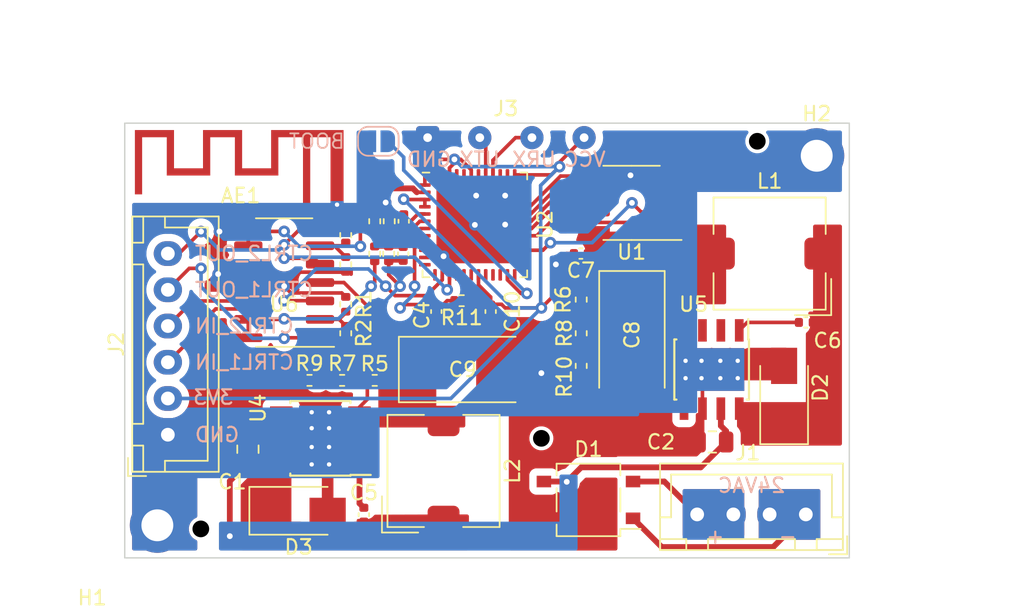
<source format=kicad_pcb>
(kicad_pcb (version 20211014) (generator pcbnew)
  (layers (0 "F.Cu" signal) (31 "B.Cu" signal) (34 "B.Paste" user) (35 "F.Paste" user) (36 "B.SilkS" user "B.Silkscreen") (37 "F.SilkS" user "F.Silkscreen") (38 "B.Mask" user) (39 "F.Mask" user) (44 "Edge.Cuts" user))
  (net 0 "")
  (net 1 "/24VAC-")
  (net 2 "/24VAC+")
  (net 3 "GND")
  (net 4 "Net-(R1-Pad1)")
  (net 5 "Net-(C5-Pad1)")
  (net 6 "Net-(R3-Pad1)")
  (net 7 "/ADC1")
  (net 8 "/ADC2")
  (net 9 "/DAC1")
  (net 16 "/DAC2")
  (net 17 "/VCC12")
  (net 38 "Net-(R5-Pad2)")
  (net 39 "Net-(R6-Pad2)")
  (net 40 "/PH12")
  (net 41 "Net-(R7-Pad1)")
  (net 44 "Net-(R10-Pad2)")
  (net 49 "Net-(C6-Pad1)")
  (net 50 "/PH33")
  (net 51 "/UART_TX")
  (net 52 "/UART_RX")
  (net 53 "/VCC33")
  (net 54 "/BOOT")
  (net 55 "Net-(AE1-Pad1)")
  (net 56 "/SIO1")
  (net 57 "/SIO2")
  (net 58 "/SIO0")
  (net 59 "/SCLK")
  (net 60 "/SIO3")
  (net 61 "/PSRAM_CS")
  (net 62 "/D1_OUT")
  (net 63 "/CHIP_PU")
  (net 64 "/CTRL1_OUT")
  (net 65 "Net-(R12-Pad1)")
  (net 66 "/CTRL2_OUT")
  (net 67 "Net-(R14-Pad1)")
  (net 68 "/CTRL2_IN")
  (net 69 "/CTRL1_IN")
  (footprint "Capacitor_SMD:C_0805_2012Metric" (layer "F.Cu") (at 91.5 109 90)
    (fp_text reference "C1")
    (fp_text value "10uF/50V")
  )
  (footprint "Resistor_SMD:R_0402_1005Metric" (layer "F.Cu") (at 101.25 93.27 90)
    (fp_text reference "R4")
    (fp_text value "2k")
  )
  (footprint "Capacitor_SMD:C_0805_2012Metric" (layer "F.Cu") (at 123.55 108.5 180)
    (fp_text reference "C2")
    (fp_text value "10uF/50V")
  )
  (footprint "Diode_SMD:D_SMA" (layer "F.Cu") (at 95 113.25)
    (fp_text reference "D3")
    (fp_text value "SS34")
  )
  (footprint "Capacitor_SMD:C_0402_1005Metric" (layer "F.Cu") (at 108.25 99.5 -90)
    (fp_text reference "C10")
    (fp_text value "0.01uF")
  )
  (footprint "Package_DFN_QFN:QFN-48-1EP_7x7mm_P0.5mm_EP5.3x5.3mm" (layer "F.Cu") (at 107.16 93.52)
    (fp_text reference "U2")
    (fp_text value "ESP32-PICO-D4")
  )
  (footprint "Capacitor_SMD:C_0402_1005Metric" (layer "F.Cu") (at 104.5 99.5 -90)
    (fp_text reference "C4")
    (fp_text value "1uF/5V")
  )
  (footprint "inductors:L_SXN_SMRH74-220MT" (layer "F.Cu") (at 127.5 95.5 180)
    (fp_text reference "L1")
    (fp_text value "22uH")
  )
  (footprint "kelvie:ToolingHole_1.152mm" (layer "F.Cu") (at 88.25 114.5)
    (fp_text reference "H3")
    (fp_text value "ToolingHole")
  )
  (footprint "Resistor_SMD:R_0402_1005Metric" (layer "F.Cu") (at 98.25 101 -90)
    (fp_text reference "R2")
    (fp_text value "68k")
  )
  (footprint "Connector_JST:JST_XH_B4B-XH-A_1x04_P2.50mm_Vertical" (layer "F.Cu") (at 130 113.5 180)
    (fp_text reference "J1")
    (fp_text value "VAC IN")
  )
  (footprint "Resistor_SMD:R_0402_1005Metric" (layer "F.Cu") (at 106.25 98.75 180)
    (fp_text reference "R11")
    (fp_text value "10k")
  )
  (footprint "Connector_Wire:SolderWire-0.1sqmm_1x04_P3.6mm_D0.4mm_OD1mm" (layer "F.Cu") (at 103.9 87.5)
    (fp_text reference "J3")
    (fp_text value "UART")
  )
  (footprint "MountingHole:MountingHole_2.2mm_M2_DIN965_Pad" (layer "F.Cu") (at 85.25 114.25)
    (fp_text reference "H1")
    (fp_text value "MountingHole_Pad")
  )
  (footprint "inductors:L_SXN_SMRH74-220MT" (layer "F.Cu") (at 105 110.5 90)
    (fp_text reference "L2")
    (fp_text value "22uH")
  )
  (footprint "Resistor_SMD:R_0402_1005Metric" (layer "F.Cu") (at 101.215 95.52 -90)
    (fp_text reference "R15")
    (fp_text value "2k")
  )
  (footprint "Package_SO:SOIC-8_3.9x4.9mm_P1.27mm" (layer "F.Cu") (at 117.975 92 180)
    (fp_text reference "U1")
    (fp_text value "LY68L6400SLIT")
  )
  (footprint "Package_SO:SOIC-14_3.9x8.7mm_P1.27mm" (layer "F.Cu") (at 94 97.5 180)
    (fp_text reference "U6")
    (fp_text value "LM324DT")
  )
  (footprint "Resistor_SMD:R_0402_1005Metric" (layer "F.Cu") (at 100.25 93.27 -90)
    (fp_text reference "R3")
    (fp_text value "18k")
  )
  (footprint "Resistor_SMD:R_0402_1005Metric" (layer "F.Cu") (at 98.25 99 90)
    (fp_text reference "R1")
    (fp_text value "33k")
  )
  (footprint "Resistor_SMD:R_0402_1005Metric" (layer "F.Cu") (at 95.75 104.25)
    (fp_text reference "R9")
    (fp_text value "33")
  )
  (footprint "Capacitor_SMD:C_0402_1005Metric" (layer "F.Cu") (at 130 100.25)
    (fp_text reference "C6")
    (fp_text value "0.01uF")
  )
  (footprint "Capacitor_SMD:C_0402_1005Metric" (layer "F.Cu") (at 102.25 93.27 -90)
    (fp_text reference "C3")
    (fp_text value "0.1uF")
  )
  (footprint "Capacitor_Tantalum_SMD:CP_EIA-7343-31_Kemet-D" (layer "F.Cu") (at 118 101.1125 -90)
    (fp_text reference "C8")
    (fp_text value "470uF/6.3V")
  )
  (footprint "Connector_JST:JST_XH_B6B-XH-A_1x06_P2.50mm_Vertical" (layer "F.Cu") (at 85.975 108 90)
    (fp_text reference "J2")
    (fp_text value "Conn_01x06")
  )
  (footprint "Resistor_SMD:R_0402_1005Metric" (layer "F.Cu") (at 114.5 98.675 -90)
    (fp_text reference "R6")
    (fp_text value "10k")
  )
  (footprint "Capacitor_Tantalum_SMD:CP_EIA-7343-31_Kemet-D" (layer "F.Cu") (at 106.325 103.5)
    (fp_text reference "C9")
    (fp_text value "470uF/6.3V")
  )
  (footprint "Resistor_SMD:R_0402_1005Metric" (layer "F.Cu") (at 100.25 104.25 180)
    (fp_text reference "R5")
    (fp_text value "10k")
  )
  (footprint "Resistor_SMD:R_0402_1005Metric" (layer "F.Cu") (at 98 104.25)
    (fp_text reference "R7")
    (fp_text value "1.1k")
  )
  (footprint "Resistor_SMD:R_0402_1005Metric" (layer "F.Cu") (at 100.25 95.52 90)
    (fp_text reference "R14")
    (fp_text value "18k")
  )
  (footprint "MountingHole:MountingHole_2.2mm_M2_DIN965_Pad" (layer "F.Cu") (at 130.75 88.75)
    (fp_text reference "H2")
    (fp_text value "MountingHole_Pad")
  )
  (footprint "Capacitor_SMD:C_0402_1005Metric" (layer "F.Cu") (at 102.215 95.52 90)
    (fp_text reference "C11")
    (fp_text value "0.1uF")
  )
  (footprint "kelvie:ToolingHole_1.152mm" (layer "F.Cu") (at 111.75 108.25)
    (fp_text reference "H5")
    (fp_text value "ToolingHole")
  )
  (footprint "Resistor_SMD:R_0402_1005Metric" (layer "F.Cu") (at 114.5 103.25 90)
    (fp_text reference "R10")
    (fp_text value "270")
  )
  (footprint "kelvie:ToolingHole_1.152mm" (layer "F.Cu") (at 126.65 87.75)
    (fp_text reference "H4")
    (fp_text value "ToolingHole")
  )
  (footprint "Package_SO:TI_SO-PowerPAD-8_ThermalVias" (layer "F.Cu") (at 123.5 103.5 -90)
    (fp_text reference "U5")
    (fp_text value "TPS5430DDA")
  )
  (footprint "Resistor_SMD:R_0402_1005Metric" (layer "F.Cu") (at 98.25 94.23 90)
    (fp_text reference "R13")
    (fp_text value "68k")
  )
  (footprint "Resistor_SMD:R_0402_1005Metric" (layer "F.Cu") (at 98.25 96.25 -90)
    (fp_text reference "R12")
    (fp_text value "33k")
  )
  (footprint "Capacitor_SMD:C_0402_1005Metric" (layer "F.Cu") (at 99.5 113.52 -90)
    (fp_text reference "C5")
    (fp_text value "0.01uF")
  )
  (footprint "Package_SO:TI_SO-PowerPAD-8_ThermalVias" (layer "F.Cu") (at 96.5 108.25 180)
    (fp_text reference "U4")
    (fp_text value "TPS5430DDA")
  )
  (footprint "Diode_SMD:D_SMA" (layer "F.Cu") (at 128.5 105.25 90)
    (fp_text reference "D2")
    (fp_text value "SS34")
  )
  (footprint "Resistor_SMD:R_0402_1005Metric" (layer "F.Cu") (at 114.5 101 90)
    (fp_text reference "R8")
    (fp_text value "5.6k")
  )
  (footprint "Capacitor_SMD:C_0402_1005Metric" (layer "F.Cu") (at 114.475 95.5 180)
    (fp_text reference "C7")
    (fp_text value "0.1uF")
  )
  (footprint "RF_Antenna:Texas_SWRA117D_2.4GHz_Left" (layer "F.Cu") (at 95.55 92.125)
    (fp_text reference "AE1")
    (fp_text value "Antenna_Shield")
  )
  (footprint "Package_TO_SOT_SMD:TO-269AA" (layer "F.Cu") (at 115 112.5 180)
    (fp_text reference "D1")
    (fp_text value "MB10S")
  )
  (footprint "Jumper:SolderJumper-2_P1.3mm_Open_RoundedPad1.0x1.5mm" (layer "B.Cu") (at 100.5 87.75 180)
    (fp_text reference "JP1")
    (fp_text value "BOOT")
  )
  (gr_rect (start 83 86.5) (end 133 116.5) (layer "Edge.Cuts") (width 0.1) (fill none))
  (gr_text "3V3" (at 87.63 105.41) (layer "B.SilkS") (effects (font (size 1 1)) (justify right mirror)))
  (gr_text "CTRL2_OUT" (at 87.75 95.5) (layer "B.SilkS") (effects (font (size 1 1)) (justify right mirror)))
  (gr_text "CTRL2_IN\n" (at 87.75 100.5) (layer "B.SilkS") (effects (font (size 1 1)) (justify right mirror)))
  (gr_text "24VAC" (at 126.25 111.5) (layer "B.SilkS") (effects (font (size 1 1)) (justify mirror)))
  (gr_text "-" (at 128.75 115) (layer "B.SilkS") (effects (font (size 1 1)) (justify mirror)))
  (gr_text "CTRL1_OUT" (at 87.75 98) (layer "B.SilkS") (effects (font (size 1 1)) (justify right mirror)))
  (gr_text "+" (at 123.75 115) (layer "B.SilkS") (effects (font (size 1 1)) (justify mirror)))
  (gr_text "CTRL1_IN\n" (at 87.75 103) (layer "B.SilkS") (effects (font (size 1 1)) (justify right mirror)))
  (gr_text "GND" (at 104 89) (layer "B.SilkS") (effects (font (size 1 1)) (justify mirror)))
  (gr_text "URX" (at 111.25 89) (layer "B.SilkS") (effects (font (size 1 1)) (justify mirror)))
  (gr_text "VCC" (at 114.75 89) (layer "B.SilkS") (effects (font (size 1 1)) (justify mirror)))
  (gr_text "UTX" (at 107.5 89) (layer "B.SilkS") (effects (font (size 1 1)) (justify mirror)))
  (gr_text "GND" (at 87.75 108) (layer "B.SilkS") (effects (font (size 1 1)) (justify right mirror)))
  (segment (start 118.075 113.77) (end 120.055 115.75) (width 0.4) (layer "F.Cu") (net 1))
  (segment (start 127.75 115.75) (end 130 113.5) (width 0.4) (layer "F.Cu") (net 1))
  (segment (start 120.055 115.75) (end 127.75 115.75) (width 0.4) (layer "F.Cu") (net 1))
  (segment (start 120.23 111.23) (end 122.5 113.5) (width 0.4) (layer "F.Cu") (net 2))
  (segment (start 118.075 111.23) (end 120.23 111.23) (width 0.4) (layer "F.Cu") (net 2))
  (segment (start 101.25 92) (end 101.2265 91.9765) (width 0.25) (layer "F.Cu") (net 3))
  (segment (start 98.22848 96.78152) (end 94.96848 96.78152) (width 0.25) (layer "F.Cu") (net 3))
  (segment (start 98.25 96.76) (end 98.22848 96.78152) (width 0.25) (layer "F.Cu") (net 3))
  (segment (start 102.215 96) (end 101.245 96) (width 0.25) (layer "F.Cu") (net 3))
  (segment (start 101.215 96.03) (end 101.215 96.965) (width 0.25) (layer "F.Cu") (net 3))
  (segment (start 97 112.5) (end 97 109.9) (width 0.8) (layer "F.Cu") (net 3))
  (segment (start 101.25 92.76) (end 101.25 92) (width 0.25) (layer "F.Cu") (net 3))
  (segment (start 117.905 90.095) (end 117.9 90.1) (width 0.25) (layer "F.Cu") (net 3))
  (segment (start 113.995 95.5) (end 113.5 95.5) (width 0.25) (layer "F.Cu") (net 3))
  (segment (start 128.25 103.5) (end 123.5 103.5) (width 0.4) (layer "F.Cu") (net 3))
  (segment (start 102.25 92.79) (end 101.28 92.79) (width 0.25) (layer "F.Cu") (net 3))
  (segment (start 122.865 106.2) (end 122.865 104.135) (width 0.25) (layer "F.Cu") (net 3))
  (segment (start 101.215 96.965) (end 102 97.75) (width 0.25) (layer "F.Cu") (net 3))
  (segment (start 98.25 98.49) (end 97.97848 98.21848) (width 0.25) (layer "F.Cu") (net 3))
  (segment (start 104.5 99.98) (end 108.25 99.98) (width 0.25) (layer "F.Cu") (net 3))
  (segment (start 101.245 96) (end 101.215 96.03) (width 0.25) (layer "F.Cu") (net 3))
  (segment (start 97.97848 98.21848) (end 94.46848 98.21848) (width 0.25) (layer "F.Cu") (net 3))
  (segment (start 101.28 92.79) (end 101.25 92.76) (width 0.25) (layer "F.Cu") (net 3))
  (segment (start 94.46848 98.21848) (end 94 97.75) (width 0.25) (layer "F.Cu") (net 3))
  (segment (start 94.96848 96.78152) (end 94 97.75) (width 0.25) (layer "F.Cu") (net 3))
  (segment (start 101.2265 91.9765) (end 101.006214 91.9765) (width 0.25) (layer "F.Cu") (net 3))
  (segment (start 113.5 95.5) (end 112.75 96.25) (width 0.25) (layer "F.Cu") (net 3))
  (segment (start 120.45 90.095) (end 117.905 90.095) (width 0.25) (layer "F.Cu") (net 3))
  (via (at 117.9 90.1) (size 0.8) (drill 0.4) (layers "F.Cu" "B.Cu") (net 3))
  (via (at 102 97.75) (size 0.8) (drill 0.4) (layers "F.Cu" "B.Cu") (net 3))
  (via (at 107.25 91.5) (size 0.8) (drill 0.4) (layers "F.Cu" "B.Cu") (net 3))
  (via (at 105 95.684931) (size 0.8) (drill 0.4) (layers "F.Cu" "B.Cu") (net 3))
  (via (at 109.25 93.5) (size 0.8) (drill 0.4) (layers "F.Cu" "B.Cu") (net 3))
  (via (at 94 97.75) (size 0.8) (drill 0.4) (layers "F.Cu" "B.Cu") (net 3))
  (via (at 111.75 103.75) (size 0.8) (drill 0.4) (layers "F.Cu" "B.Cu") (net 3))
  (via (at 109.25 91.5) (size 0.8) (drill 0.4) (layers "F.Cu" "B.Cu") (net 3))
  (via (at 112.75 96.25) (size 0.8) (drill 0.4) (layers "F.Cu" "B.Cu") (net 3))
  (via (at 101.006214 91.9765) (size 0.8) (drill 0.4) (layers "F.Cu" "B.Cu") (net 3))
  (via (at 89.441927 96.913167) (size 0.8) (drill 0.4) (layers "F.Cu" "B.Cu") (net 3))
  (via (at 89.535 93.98) (size 0.8) (drill 0.4) (layers "F.Cu" "B.Cu") (net 3))
  (via (at 107.16 93.52) (size 0.8) (drill 0.4) (layers "F.Cu" "B.Cu") (net 3))
  (segment (start 112.95 96.25) (end 112.75 96.25) (width 0.25) (layer "B.Cu") (net 3))
  (segment (start 102 97.75) (end 100.75 99) (width 0.25) (layer "B.Cu") (net 3))
  (segment (start 97.8 100.04) (end 97.79 100.04) (width 0.25) (layer "F.Cu") (net 4))
  (segment (start 97.79 100.04) (end 98.25 99.58) (width 0.25) (layer "F.Cu") (net 4))
  (segment (start 98.25 99.58) (end 98.25 99.51) (width 0.25) (layer "F.Cu") (net 4))
  (segment (start 96.475 100.04) (end 97.79 100.04) (width 0.25) (layer "F.Cu") (net 4))
  (segment (start 98.25 100.49) (end 97.8 100.04) (width 0.25) (layer "F.Cu") (net 4))
  (segment (start 99.5 113.04) (end 99.2 112.74) (width 0.4) (layer "F.Cu") (net 5))
  (segment (start 99.2 112.74) (end 99.2 110.155) (width 0.4) (layer "F.Cu") (net 5))
  (segment (start 91.805491 93.970491) (end 94 93.970491) (width 0.25) (layer "F.Cu") (net 6))
  (segment (start 91.525 93.69) (end 91.805491 93.970491) (width 0.25) (layer "F.Cu") (net 6))
  (segment (start 91.525 93.69) (end 91.525 94.96) (width 0.25) (layer "F.Cu") (net 6))
  (segment (start 99.259234 93.750766) (end 99.259234 95.001803) (width 0.25) (layer "F.Cu") (net 6))
  (segment (start 100.25 92.76) (end 99.259234 93.750766) (width 0.25) (layer "F.Cu") (net 6))
  (via (at 99.259234 95.001803) (size 0.8) (drill 0.4) (layers "F.Cu" "B.Cu") (net 6))
  (via (at 94 93.970491) (size 0.8) (drill 0.4) (layers "F.Cu" "B.Cu") (net 6))
  (segment (start 95.025509 94.996) (end 94 93.970491) (width 0.25) (layer "B.Cu") (net 6))
  (segment (start 99.06 94.996) (end 95.025509 94.996) (width 0.25) (layer "B.Cu") (net 6))
  (segment (start 102.25 93.75) (end 100.28 93.75) (width 0.25) (layer "F.Cu") (net 7))
  (segment (start 103.23 92.77) (end 103.71 92.77) (width 0.25) (layer "F.Cu") (net 7))
  (segment (start 100.28 93.75) (end 100.25 93.78) (width 0.25) (layer "F.Cu") (net 7))
  (segment (start 102.25 93.75) (end 103.23 92.77) (width 0.25) (layer "F.Cu") (net 7))
  (segment (start 102.81152 93.824389) (end 102.81152 94.44348) (width 0.25) (layer "F.Cu") (net 8))
  (segment (start 102.215 95.04) (end 100.28 95.04) (width 0.25) (layer "F.Cu") (net 8))
  (segment (start 103.71 93.27) (end 103.365909 93.27) (width 0.25) (layer "F.Cu") (net 8))
  (segment (start 102.81152 94.44348) (end 102.215 95.04) (width 0.25) (layer "F.Cu") (net 8))
  (segment (start 100.28 95.04) (end 100.25 95.01) (width 0.25) (layer "F.Cu") (net 8))
  (segment (start 103.365909 93.27) (end 102.81152 93.824389) (width 0.25) (layer "F.Cu") (net 8))
  (segment (start 96.455 98.75) (end 94 98.75) (width 0.25) (layer "F.Cu") (net 9))
  (segment (start 101.651501 98.401501) (end 101 97.75) (width 0.25) (layer "F.Cu") (net 9))
  (segment (start 104.91 96.97) (end 104.91 97.314091) (width 0.25) (layer "F.Cu") (net 9))
  (segment (start 96.475 98.77) (end 96.455 98.75) (width 0.25) (layer "F.Cu") (net 9))
  (segment (start 103.82259 98.401501) (end 101.651501 98.401501) (width 0.25) (layer "F.Cu") (net 9))
  (segment (start 104.91 97.314091) (end 103.82259 98.401501) (width 0.25) (layer "F.Cu") (net 9))
  (via (at 101 97.75) (size 0.8) (drill 0.4) (layers "F.Cu" "B.Cu") (net 9))
  (via (at 94 98.75) (size 0.8) (drill 0.4) (layers "F.Cu" "B.Cu") (net 9))
  (segment (start 96.187976 96.562024) (end 94 98.75) (width 0.25) (layer "B.Cu") (net 9))
  (segment (start 99.812024 96.562024) (end 96.187976 96.562024) (width 0.25) (layer "B.Cu") (net 9))
  (segment (start 101 97.75) (end 99.812024 96.562024) (width 0.25) (layer "B.Cu") (net 9))
  (segment (start 96.068497 95.823497) (end 94 95.823497) (width 0.25) (layer "F.Cu") (net 16))
  (segment (start 105.41 97.84) (end 105.41 96.97) (width 0.25) (layer "F.Cu") (net 16))
  (segment (start 96.475 96.23) (end 96.068497 95.823497) (width 0.25) (layer "F.Cu") (net 16))
  (segment (start 105.25 98) (end 105.41 97.84) (width 0.25) (layer "F.Cu") (net 16))
  (via (at 105.25 98) (size 0.8) (drill 0.4) (layers "F.Cu" "B.Cu") (net 16))
  (via (at 94 95.823497) (size 0.8) (drill 0.4) (layers "F.Cu" "B.Cu") (net 16))
  (segment (start 105.25 98) (end 103 95.75) (width 0.25) (layer "B.Cu") (net 16))
  (segment (start 94.073497 95.75) (end 94 95.823497) (width 0.25) (layer "B.Cu") (net 16))
  (segment (start 103 95.75) (end 94.073497 95.75) (width 0.25) (layer "B.Cu") (net 16))
  (segment (start 98.126621 97.5) (end 100.75 100.123379) (width 0.25) (layer "F.Cu") (net 17))
  (segment (start 100.75 100.123379) (end 100.75 100.75) (width 0.25) (layer "F.Cu") (net 17))
  (segment (start 96.475 97.5) (end 98.126621 97.5) (width 0.25) (layer "F.Cu") (net 17))
  (segment (start 99.74 104.14) (end 99.74 105.555) (width 0.25) (layer "F.Cu") (net 38))
  (segment (start 98.51 104.25) (end 99.74 104.25) (width 0.25) (layer "F.Cu") (net 38))
  (segment (start 99.74 105.555) (end 99.2 106.095) (width 0.25) (layer "F.Cu") (net 38))
  (segment (start 120.55 100.8) (end 121.595 100.8) (width 0.25) (layer "F.Cu") (net 39))
  (segment (start 114.5 100.49) (end 120.24 100.49) (width 0.25) (layer "F.Cu") (net 39))
  (segment (start 120.24 100.49) (end 120.55 100.8) (width 0.25) (layer "F.Cu") (net 39))
  (segment (start 114.5 99.185) (end 114.5 100.49) (width 0.25) (layer "F.Cu") (net 39))
  (segment (start 96.26 104.25) (end 97.49 104.25) (width 0.25) (layer "F.Cu") (net 41))
  (segment (start 114.5 101.51) (end 114.5 102.74) (width 0.25) (layer "F.Cu") (net 44))
  (segment (start 125.955 100.25) (end 129.52 100.25) (width 0.25) (layer "F.Cu") (net 49))
  (segment (start 125.405 100.8) (end 125.955 100.25) (width 0.25) (layer "F.Cu") (net 49))
  (segment (start 107.91 87.91) (end 107.91 90) (width 0.25) (layer "F.Cu") (net 51))
  (segment (start 109.96863 87.5) (end 108.41 89.05863) (width 0.25) (layer "F.Cu") (net 52))
  (segment (start 111.1 87.5) (end 109.96863 87.5) (width 0.25) (layer "F.Cu") (net 52))
  (segment (start 108.41 89.05863) (end 108.41 90.07) (width 0.25) (layer "F.Cu") (net 52))
  (segment (start 103.71 90.77) (end 103.71 89.79) (width 0.25) (layer "F.Cu") (net 53))
  (segment (start 107.41 96.97) (end 107.41 97.66) (width 0.25) (layer "F.Cu") (net 53))
  (segment (start 108.25 99) (end 109 99) (width 0.25) (layer "F.Cu") (net 53))
  (segment (start 105.41 89.59) (end 105.75 89.25) (width 0.25) (layer "F.Cu") (net 53))
  (segment (start 103.71 91.77) (end 102.27 91.77) (width 0.25) (layer "F.Cu") (net 53))
  (segment (start 108.25 99.02) (end 108.25 98.5) (width 0.25) (layer "F.Cu") (net 53))
  (segment (start 104.5 89) (end 105.75 89) (width 0.25) (layer "F.Cu") (net 53))
  (segment (start 107.77 99.02) (end 107.5 98.75) (width 0.25) (layer "F.Cu") (net 53))
  (segment (start 106.91 89.725909) (end 106.184091 89) (width 0.25) (layer "F.Cu") (net 53))
  (segment (start 114.7 87.5) (end 113 89.2) (width 0.25) (layer "F.Cu") (net 53))
  (segment (start 108.25 98.5) (end 107.41 97.66) (width 0.25) (layer "F.Cu") (net 53))
  (segment (start 109 99) (end 109.25 99.25) (width 0.25) (layer "F.Cu") (net 53))
  (segment (start 102.27 91.77) (end 102.25 91.75) (width 0.25) (layer "F.Cu") (net 53))
  (segment (start 109.91 90.07) (end 112.43 90.07) (width 0.25) (layer "F.Cu") (net 53))
  (segment (start 107.5 98.75) (end 106.76 98.75) (width 0.25) (layer "F.Cu") (net 53))
  (segment (start 103.71 89.79) (end 104.5 89) (width 0.25) (layer "F.Cu") (net 53))
  (segment (start 105.75 89.25) (end 105.75 89) (width 0.25) (layer "F.Cu") (net 53))
  (segment (start 112.43 90.07) (end 113 89.5) (width 0.25) (layer "F.Cu") (net 53))
  (segment (start 105.41 90.07) (end 105.41 89.59) (width 0.25) (layer "F.Cu") (net 53))
  (segment (start 106.91 90.07) (end 106.91 89.725909) (width 0.25) (layer "F.Cu") (net 53))
  (segment (start 113 89.2) (end 113 89.5) (width 0.25) (layer "F.Cu") (net 53))
  (segment (start 111.75 99.25) (end 112.835 98.165) (width 0.25) (layer "F.Cu") (net 53))
  (segment (start 112.835 98.165) (end 114.5 98.165) (width 0.25) (layer "F.Cu") (net 53))
  (segment (start 106.184091 89) (end 105.75 89) (width 0.25) (layer "F.Cu") (net 53))
  (segment (start 108.25 99.02) (end 107.77 99.02) (width 0.25) (layer "F.Cu") (net 53))
  (segment (start 103.71 91.77) (end 103.71 92.27) (width 0.25) (layer "F.Cu") (net 53))
  (segment (start 109.25 99.25) (end 111.75 99.25) (width 0.25) (layer "F.Cu") (net 53))
  (via (at 113 89.5) (size 0.8) (drill 0.4) (layers "F.Cu" "B.Cu") (net 53))
  (via (at 111.75 99.25) (size 0.8) (drill 0.4) (layers "F.Cu" "B.Cu") (net 53))
  (via (at 105.75 89) (size 0.8) (drill 0.4) (layers "F.Cu" "B.Cu") (net 53))
  (via (at 102.25 91.75) (size 0.8) (drill 0.4) (layers "F.Cu" "B.Cu") (net 53))
  (segment (start 111.75 99.25) (end 109.75 99.25) (width 0.25) (layer "B.Cu") (net 53))
  (segment (start 111.7 99.2) (end 111.7 90.8) (width 0.25) (layer "B.Cu") (net 53))
  (segment (start 105.75 89) (end 106.25 89.5) (width 0.25) (layer "B.Cu") (net 53))
  (segment (start 106.25 89.5) (end 113 89.5) (width 0.25) (layer "B.Cu") (net 53))
  (segment (start 105.5 105.5) (end 111.75 99.25) (width 0.25) (layer "B.Cu") (net 53))
  (segment (start 111.7 90.8) (end 113 89.5) (width 0.25) (layer "B.Cu") (net 53))
  (segment (start 85.975 105.5) (end 105.5 105.5) (width 0.25) (layer "B.Cu") (net 53))
  (segment (start 109.75 99.25) (end 102.25 91.75) (width 0.25) (layer "B.Cu") (net 53))
  (segment (start 110.345909 98.25) (end 110.75 98.25) (width 0.25) (layer "F.Cu") (net 54))
  (segment (start 109.41 96.97) (end 109.41 97.314091) (width 0.25) (layer "F.Cu") (net 54))
  (segment (start 109.41 97.314091) (end 110.345909 98.25) (width 0.25) (layer "F.Cu") (net 54))
  (via (at 110.75 98.25) (size 0.8) (drill 0.4) (layers "F.Cu" "B.Cu") (net 54))
  (segment (start 101.15 87.75) (end 102.251501 88.851501) (width 0.25) (layer "B.Cu") (net 54))
  (segment (start 102.251501 88.851501) (end 102.251501 89.751501) (width 0.25) (layer "B.Cu") (net 54))
  (segment (start 102.251501 89.751501) (end 110.75 98.25) (width 0.25) (layer "B.Cu") (net 54))
  (segment (start 95.55 92.125) (end 96.169521 92.744521) (width 0.4) (layer "F.Cu") (net 55))
  (segment (start 96.169521 92.744521) (end 99.005479 92.744521) (width 0.4) (layer "F.Cu") (net 55))
  (segment (start 99.005479 92.744521) (end 100.75 91) (width 0.4) (layer "F.Cu") (net 55))
  (segment (start 100.75 91) (end 102.881773 91) (width 0.4) (layer "F.Cu") (net 55))
  (segment (start 103.151773 91.27) (end 103.71 91.27) (width 0.25) (layer "F.Cu") (net 55))
  (segment (start 102.881773 91) (end 103.151773 91.27) (width 0.4) (layer "F.Cu") (net 55))
  (segment (start 110.61 95.27) (end 111.8535 95.27) (width 0.25) (layer "F.Cu") (net 56))
  (segment (start 111.8535 95.27) (end 112.3735 94.75) (width 0.25) (layer "F.Cu") (net 56))
  (segment (start 118 92) (end 118.635 92.635) (width 0.25) (layer "F.Cu") (net 56))
  (segment (start 118.635 92.635) (end 120.45 92.635) (width 0.25) (layer "F.Cu") (net 56))
  (via (at 112.3735 94.75) (size 0.8) (drill 0.4) (layers "F.Cu" "B.Cu") (net 56))
  (via (at 118 92) (size 0.8) (drill 0.4) (layers "F.Cu" "B.Cu") (net 56))
  (segment (start 115.25 94.75) (end 112.3735 94.75) (width 0.25) (layer "B.Cu") (net 56))
  (segment (start 118 92) (end 115.25 94.75) (width 0.25) (layer "B.Cu") (net 56))
  (segment (start 120.45 91.365) (end 119.89848 90.81348) (width 0.25) (layer "F.Cu") (net 57))
  (segment (start 111.013022 92.77) (end 110.61 92.77) (width 0.25) (layer "F.Cu") (net 57))
  (segment (start 119.89848 90.81348) (end 112.969542 90.81348) (width 0.25) (layer "F.Cu") (net 57))
  (segment (start 112.969542 90.81348) (end 111.013022 92.77) (width 0.25) (layer "F.Cu") (net 57))
  (segment (start 115.443499 90.151501) (end 113.07259 90.151501) (width 0.25) (layer "F.Cu") (net 58))
  (segment (start 113.07259 90.151501) (end 110.954091 92.27) (width 0.25) (layer "F.Cu") (net 58))
  (segment (start 115.5 90.095) (end 115.443499 90.151501) (width 0.25) (layer "F.Cu") (net 58))
  (segment (start 110.954091 92.27) (end 110.61 92.27) (width 0.25) (layer "F.Cu") (net 58))
  (segment (start 112.950488 91.365) (end 111.045488 93.27) (width 0.25) (layer "F.Cu") (net 59))
  (segment (start 115.5 91.365) (end 112.950488 91.365) (width 0.25) (layer "F.Cu") (net 59))
  (segment (start 111.045488 93.27) (end 110.61 93.27) (width 0.25) (layer "F.Cu") (net 59))
  (segment (start 111.077968 93.77) (end 110.61 93.77) (width 0.25) (layer "F.Cu") (net 60))
  (segment (start 111.077968 93.77) (end 112.212968 92.635) (width 0.25) (layer "F.Cu") (net 60))
  (segment (start 112.212968 92.635) (end 115.5 92.635) (width 0.25) (layer "F.Cu") (net 60))
  (segment (start 120.45 93.905) (end 118.312835 93.905) (width 0.25) (layer "F.Cu") (net 61))
  (segment (start 117.761315 93.35348) (end 112.34652 93.35348) (width 0.25) (layer "F.Cu") (net 61))
  (segment (start 111.43 94.27) (end 110.61 94.27) (width 0.25) (layer "F.Cu") (net 61))
  (segment (start 112.34652 93.35348) (end 111.43 94.27) (width 0.25) (layer "F.Cu") (net 61))
  (segment (start 118.312835 93.905) (end 117.761315 93.35348) (width 0.25) (layer "F.Cu") (net 61))
  (segment (start 91.5 109.95) (end 92.565 108.885) (width 0.4) (layer "F.Cu") (net 62))
  (segment (start 90.25 115) (end 90.25 111.2) (width 0.4) (layer "F.Cu") (net 62))
  (segment (start 124.135 107.385) (end 124.5 107.75) (width 0.4) (layer "F.Cu") (net 62))
  (segment (start 90.25 111.2) (end 91.5 109.95) (width 0.4) (layer "F.Cu") (net 62))
  (segment (start 113.48 111.23) (end 113.5 111.25) (width 0.4) (layer "F.Cu") (net 62))
  (segment (start 124.135 106.2) (end 124.135 107.385) (width 0.4) (layer "F.Cu") (net 62))
  (segment (start 124.5 108.5) (end 122.75 110.25) (width 0.4) (layer "F.Cu") (net 62))
  (segment (start 124.5 107.75) (end 124.5 108.5) (width 0.4) (layer "F.Cu") (net 62))
  (segment (start 111.925 111.23) (end 113.48 111.23) (width 0.4) (layer "F.Cu") (net 62))
  (segment (start 92.565 108.885) (end 93.8 108.885) (width 0.4) (layer "F.Cu") (net 62))
  (segment (start 122.75 110.25) (end 114.5 110.25) (width 0.4) (layer "F.Cu") (net 62))
  (segment (start 114.5 110.25) (end 113.5 111.25) (width 0.4) (layer "F.Cu") (net 62))
  (via (at 90.25 115) (size 0.8) (drill 0.4) (layers "F.Cu" "B.Cu") (net 62))
  (via (at 113.5 111.25) (size 0.8) (drill 0.4) (layers "F.Cu" "B.Cu") (net 62))
  (segment (start 104.98 99.02) (end 105.25 98.75) (width 0.25) (layer "F.Cu") (net 63))
  (segment (start 103.365909 94.77) (end 103.71 94.77) (width 0.25) (layer "F.Cu") (net 63))
  (segment (start 104.5 99.02) (end 102.23 99.02) (width 0.25) (layer "F.Cu") (net 63))
  (segment (start 103 95.135909) (end 103.365909 94.77) (width 0.25) (layer "F.Cu") (net 63))
  (segment (start 104.5 99.02) (end 104.98 99.02) (width 0.25) (layer "F.Cu") (net 63))
  (segment (start 102.23 99.02) (end 102 99.25) (width 0.25) (layer "F.Cu") (net 63))
  (segment (start 103 97.75) (end 103 95.135909) (width 0.25) (layer "F.Cu") (net 63))
  (segment (start 105.25 98.75) (end 105.74 98.75) (width 0.25) (layer "F.Cu") (net 63))
  (via (at 103 97.75) (size 0.8) (drill 0.4) (layers "F.Cu" "B.Cu") (net 63))
  (via (at 102 99.25) (size 0.8) (drill 0.4) (layers "F.Cu" "B.Cu") (net 63))
  (segment (start 103 97.75) (end 103 98.25) (width 0.25) (layer "B.Cu") (net 63))
  (segment (start 103 98.25) (end 102 99.25) (width 0.25) (layer "B.Cu") (net 63))
  (segment (start 98.05 101.31) (end 98.25 101.51) (width 0.25) (layer "F.Cu") (net 64))
  (segment (start 94.036 101.31) (end 94 101.346) (width 0.25) (layer "F.Cu") (net 64))
  (segment (start 87.455 96.52) (end 88.265 96.52) (width 0.25) (layer "F.Cu") (net 64))
  (segment (start 96.475 101.31) (end 94.036 101.31) (width 0.25) (layer "F.Cu") (net 64))
  (segment (start 96.475 101.31) (end 98.05 101.31) (width 0.25) (layer "F.Cu") (net 64))
  (segment (start 85.975 98) (end 87.455 96.52) (width 0.25) (layer "F.Cu") (net 64))
  (via (at 88.265 96.52) (size 0.8) (drill 0.4) (layers "F.Cu" "B.Cu") (net 64))
  (via (at 94 101.346) (size 0.8) (drill 0.4) (layers "F.Cu" "B.Cu") (net 64))
  (segment (start 91.821 101.346) (end 94 101.346) (width 0.25) (layer "B.Cu") (net 64))
  (segment (start 88.265 97.79) (end 91.821 101.346) (width 0.25) (layer "B.Cu") (net 64))
  (segment (start 88.265 96.52) (end 88.265 97.79) (width 0.25) (layer "B.Cu") (net 64))
  (segment (start 96.475 94.96) (end 98.03 94.96) (width 0.25) (layer "F.Cu") (net 65))
  (segment (start 98.03 94.96) (end 98.25 94.74) (width 0.25) (layer "F.Cu") (net 65))
  (segment (start 98.25 95.74) (end 97.47 94.96) (width 0.25) (layer "F.Cu") (net 65))
  (segment (start 97.47 94.96) (end 96.475 94.96) (width 0.25) (layer "F.Cu") (net 65))
  (segment (start 98.25 93.72) (end 96.505 93.72) (width 0.25) (layer "F.Cu") (net 66))
  (segment (start 85.975 95.5) (end 86.745 95.5) (width 0.25) (layer "F.Cu") (net 66))
  (segment (start 96.475 93.69) (end 95.206994 93.69) (width 0.25) (layer "F.Cu") (net 66))
  (segment (start 86.745 95.5) (end 88.265 93.98) (width 0.25) (layer "F.Cu") (net 66))
  (segment (start 96.505 93.72) (end 96.475 93.69) (width 0.25) (layer "F.Cu") (net 66))
  (segment (start 95.206994 93.69) (end 94 94.896994) (width 0.25) (layer "F.Cu") (net 66))
  (via (at 94 94.896994) (size 0.8) (drill 0.4) (layers "F.Cu" "B.Cu") (net 66))
  (via (at 88.265 93.98) (size 0.8) (drill 0.4) (layers "F.Cu" "B.Cu") (net 66))
  (segment (start 89.535 95.25) (end 93.646994 95.25) (width 0.25) (layer "B.Cu") (net 66))
  (segment (start 93.646994 95.25) (end 94 94.896994) (width 0.25) (layer "B.Cu") (net 66))
  (segment (start 88.265 93.98) (end 89.535 95.25) (width 0.25) (layer "B.Cu") (net 66))
  (segment (start 91.525 100.04) (end 91.525 101.31) (width 0.25) (layer "F.Cu") (net 67))
  (segment (start 100.25 97.5) (end 100 97.75) (width 0.25) (layer "F.Cu") (net 67))
  (segment (start 100.25 96.03) (end 100.25 97.5) (width 0.25) (layer "F.Cu") (net 67))
  (segment (start 93.96 100.04) (end 94 100) (width 0.25) (layer "F.Cu") (net 67))
  (segment (start 91.525 100.04) (end 93.96 100.04) (width 0.25) (layer "F.Cu") (net 67))
  (via (at 100 97.75) (size 0.8) (drill 0.4) (layers "F.Cu" "B.Cu") (net 67))
  (via (at 94 100) (size 0.8) (drill 0.4) (layers "F.Cu" "B.Cu") (net 67))
  (segment (start 97.75 100) (end 100 97.75) (width 0.25) (layer "B.Cu") (net 67))
  (segment (start 94 100) (end 97.75 100) (width 0.25) (layer "B.Cu") (net 67))
  (segment (start 85.975 100.5) (end 87.705 98.77) (width 0.25) (layer "F.Cu") (net 68))
  (segment (start 87.705 98.77) (end 91.525 98.77) (width 0.25) (layer "F.Cu") (net 68))
  (segment (start 88.9 100.075) (end 88.9 99.695) (width 0.25) (layer "F.Cu") (net 69))
  (segment (start 89.27348 99.32152) (end 92.516315 99.32152) (width 0.25) (layer "F.Cu") (net 69))
  (segment (start 88.9 99.695) (end 89.27348 99.32152) (width 0.25) (layer "F.Cu") (net 69))
  (segment (start 92.516315 99.32152) (end 92.75152 99.086315) (width 0.25) (layer "F.Cu") (net 69))
  (segment (start 92.75152 99.086315) (end 92.75152 96.52) (width 0.25) (layer "F.Cu") (net 69))
  (segment (start 85.975 103) (end 88.9 100.075) (width 0.25) (layer "F.Cu") (net 69))
  (segment (start 92.75152 96.52) (end 92.46152 96.23) (width 0.25) (layer "F.Cu") (net 69))
  (segment (start 92.46152 96.23) (end 91.525 96.23) (width 0.25) (layer "F.Cu") (net 69))
  (zone (net 3) (net_name "GND") (layer "F.Cu") (connect_pads yes (clearance 0.508)) (min_thickness 0.254) (fill yes (thermal_gap 0.508) (thermal_bridge_width 0.508))
    (polygon (pts (xy 128.75 104.25) (xy 121 104.25) (xy 121 102) (xy 128.75 102)))
  )
  (zone (net 17) (net_name "/VCC12") (layer "F.Cu") (connect_pads yes (clearance 0.508)) (min_thickness 0.254) (fill yes (thermal_gap 0.508) (thermal_bridge_width 0.508))
    (polygon (pts (xy 100.5 100.5) (xy 104.5 100.5) (xy 104.5 106) (xy 106.5 106) (xy 106.5 107.5) (xy 100.5 107.5)))
  )
  (zone (net 3) (net_name "GND") (layer "F.Cu") (connect_pads yes (clearance 0.508)) (min_thickness 0.254) (fill yes (thermal_gap 0.508) (thermal_bridge_width 0.508))
    (polygon (pts (xy 117 116.25) (xy 109.5 116.25) (xy 109.5 106.25) (xy 117 106.25)))
  )
  (zone (net 53) (net_name "/VCC33") (layer "F.Cu") (connect_pads yes (clearance 0.508)) (min_thickness 0.254) (fill yes (thermal_gap 0.508) (thermal_bridge_width 0.508))
    (polygon (pts (xy 122 93.5) (xy 124.5 93.5) (xy 124.5 94) (xy 124.5 99) (xy 114 99) (xy 114 95) (xy 114.5 93.5)))
  )
  (zone (net 3) (net_name "GND") (layer "F.Cu") (connect_pads yes (clearance 0.508)) (min_thickness 0.254) (fill yes (thermal_gap 0.508) (thermal_bridge_width 0.508))
    (polygon (pts (xy 115 106.5) (xy 107.25 106.5) (xy 107.25 99.75) (xy 115 99.75)))
  )
  (zone (net 3) (net_name "GND") (layer "F.Cu") (connect_pads yes (clearance 0.508)) (min_thickness 0.254) (fill yes (thermal_gap 0.508) (thermal_bridge_width 0.508))
    (polygon (pts (xy 121.5 106) (xy 121.5 106.5) (xy 123 106.5) (xy 123 109.5) (xy 113.5 109.5) (xy 113.5 102.5) (xy 121.5 102.5)))
  )
  (zone (net 1) (net_name "/24VAC-") (layers F&B.Cu) (connect_pads yes (clearance 0.508)) (min_thickness 0.254) (fill yes (thermal_gap 0.508) (thermal_bridge_width 0.508))
    (polygon (pts (xy 131 115.25) (xy 126.75 115.25) (xy 126.75 111.75) (xy 131 111.75)))
  )
  (zone (net 2) (net_name "/24VAC+") (layers F&B.Cu) (connect_pads yes (clearance 0.508)) (min_thickness 0.254) (fill yes (thermal_gap 0.508) (thermal_bridge_width 0.508))
    (polygon (pts (xy 125.75 115.25) (xy 121.5 115.25) (xy 121.5 111.75) (xy 125.75 111.75)))
  )
  (zone (net 3) (net_name "GND") (layer "F.Cu") (connect_pads yes (clearance 0.508)) (min_thickness 0.254) (fill yes (thermal_gap 0.508) (thermal_bridge_width 0.508))
    (polygon (pts (xy 98.75 108.25) (xy 88 108.25) (xy 88 116.5) (xy 83.5 116.5) (xy 83.5 104.5) (xy 88.5 104.5) (xy 88.514833 93.984473) (xy 98.745905 93.974063)))
  )
  (zone (net 50) (net_name "/PH33") (layer "F.Cu") (connect_pads yes (clearance 0.508)) (min_thickness 0.254) (fill yes (thermal_gap 0.508) (thermal_bridge_width 0.508))
    (polygon (pts (xy 132.500001 108.75) (xy 125.25 108.75) (xy 125.25 105.75) (xy 130 105.75) (xy 130 99.5) (xy 130.5 99.5) (xy 130.5 93.5) (xy 132.5 93.5)))
  )
  (zone (net 40) (net_name "/PH12") (layer "F.Cu") (connect_pads yes (clearance 0.508)) (min_thickness 0.254) (fill yes (thermal_gap 0.508) (thermal_bridge_width 0.508))
    (polygon (pts (xy 91 109.5) (xy 94.5 109.5) (xy 94.5 114) (xy 99 114) (xy 99 113.52) (xy 106.75 113.5) (xy 106.75 116) (xy 91 116)))
  )
  (zone (net 3) (net_name "GND") (layer "B.Cu") (connect_pads yes (clearance 0.508)) (min_thickness 0.254) (fill yes (thermal_gap 0.508) (thermal_bridge_width 0.508))
    (polygon (pts (xy 113 106.5) (xy 84.5 106.5) (xy 84.5 105) (xy 113 105)))
  )
  (zone (net 3) (net_name "GND") (layer "B.Cu") (connect_pads yes (clearance 0.508)) (min_thickness 0.254) (fill yes (thermal_gap 0.508) (thermal_bridge_width 0.508))
    (polygon (pts (xy 118.5 106.73) (xy 100.584 106.73) (xy 100.584 110.998) (xy 83.058 110.998) (xy 83 94.5) (xy 118.5 94.5)))
  )
  (zone (net 62) (net_name "/D1_OUT") (layer "B.Cu") (connect_pads (clearance 0.508)) (min_thickness 0.254) (fill yes (thermal_gap 0.508) (thermal_bridge_width 0.508))
    (polygon (pts (xy 113 114) (xy 113 110.75) (xy 114.25 110.75) (xy 114.25 116) (xy 89.5 116) (xy 89.5 114)))
  )
  (zone (net 3) (net_name "GND") (layer "B.Cu") (connect_pads yes (clearance 0.508)) (min_thickness 0.254) (fill yes (thermal_gap 0.508) (thermal_bridge_width 0.508))
    (polygon (pts (xy 88.008 116.5) (xy 83 116.5) (xy 83 104.25) (xy 88.008 104.25)))
  )
  (zone (net 3) (net_name "GND") (layer "B.Cu") (connect_pads yes (clearance 0.508)) (min_thickness 0.254) (fill yes (thermal_gap 0.508) (thermal_bridge_width 0.508))
    (polygon (pts (xy 113.5 86.5) (xy 113.5 96) (xy 83 95.5) (xy 83 92) (xy 99 92) (xy 99 86.5)))
  )
  (zone (net 3) (net_name "GND") (layer "B.Cu") (connect_pads yes (clearance 0.508)) (min_thickness 0.254) (fill yes (thermal_gap 0.508) (thermal_bridge_width 0.508))
    (polygon (pts (xy 133 91.25) (xy 122.5 91.25) (xy 122.5 106.5) (xy 105.5 106.5) (xy 105.5 86.5) (xy 133 86.5)))
  )
)
</source>
